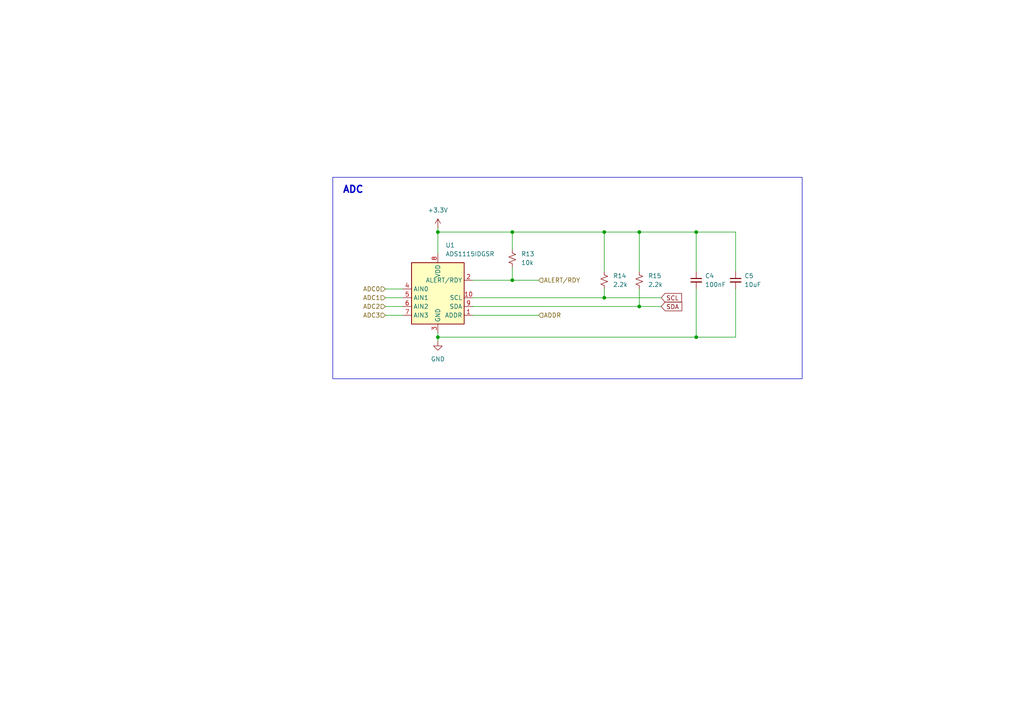
<source format=kicad_sch>
(kicad_sch (version 20250114) (generator "eeschema") (generator_version "9.0")
  (paper "A4")
  (title_block (title "https://github.com/hoeken/brineomatic") (date "2025-08-28") (rev "C"))
  (lib_symbols
    (symbol "Analog_ADC:ADS1115IDGS"
      (property "Reference" "U" (at 2.54 13.97 0))
      (property "Value" "ADS1115IDGS" (at 7.62 11.43 0))
      (symbol "ADS1115IDGS_0_1"
        (rectangle (start -7.62 10.16) (end 7.62 -7.62) (stroke (width 0.254)) (fill (type background)))
      )
      (symbol "ADS1115IDGS_1_1"
        (pin input line (at -10.16 2.54 0) (length 2.54) (name "AIN0") (number "4"))
        (pin input line (at -10.16 0 0) (length 2.54) (name "AIN1") (number "5"))
        (pin input line (at -10.16 -2.54 0) (length 2.54) (name "AIN2") (number "6"))
        (pin input line (at -10.16 -5.08 0) (length 2.54) (name "AIN3") (number "7"))
        (pin power_in line (at 0 12.7 270) (length 2.54) (name "VDD") (number "8"))
        (pin power_in line (at 0 -10.16 90) (length 2.54) (name "GND") (number "3"))
        (pin output line (at 10.16 5.08 180) (length 2.54) (name "ALERT/RDY") (number "2"))
        (pin input line (at 10.16 0 180) (length 2.54) (name "SCL") (number "10"))
        (pin bidirectional line (at 10.16 -2.54 180) (length 2.54) (name "SDA") (number "9"))
        (pin input line (at 10.16 -5.08 180) (length 2.54) (name "ADDR") (number "1"))
      )
    )
    (symbol "Device:C_Small" (pin_numbers (hide yes)) (pin_names (offset 0.254) (hide yes))
      (property "Reference" "C" (at 0.254 1.778 0))
      (property "Value" "C_Small" (at 0.254 -2.032 0))
      (symbol "C_Small_0_1"
        (polyline (pts (xy -1.524 0.508) (xy 1.524 0.508)) (stroke (width 0.3048)))
        (polyline (pts (xy -1.524 -0.508) (xy 1.524 -0.508)) (stroke (width 0.3302)))
      )
      (symbol "C_Small_1_1"
        (pin passive line (at 0 2.54 270) (length 2.032) (name "~") (number "1"))
        (pin passive line (at 0 -2.54 90) (length 2.032) (name "~") (number "2"))
      )
    )
    (symbol "Device:R_Small_US" (pin_numbers (hide yes)) (pin_names (offset 0.254) (hide yes))
      (property "Reference" "R" (at 0.762 0.508 0))
      (property "Value" "R_Small_US" (at 0.762 -1.016 0))
      (symbol "R_Small_US_1_1"
        (polyline (pts (xy 0 1.524) (xy 1.016 1.143) (xy 0 0.762) (xy -1.016 0.381) (xy 0 0)))
        (polyline (pts (xy 0 0) (xy 1.016 -0.381) (xy 0 -0.762) (xy -1.016 -1.143) (xy 0 -1.524)))
        (pin passive line (at 0 2.54 270) (length 1.016) (name "~") (number "1"))
        (pin passive line (at 0 -2.54 90) (length 1.016) (name "~") (number "2"))
      )
    )
    (symbol "power:+3.3V" (power) (pin_numbers (hide yes)) (pin_names (offset 0) (hide yes))
      (property "Value" "+3.3V" (at 0 3.556 0))
      (symbol "+3.3V_0_1"
        (polyline (pts (xy -0.762 1.27) (xy 0 2.54)))
        (polyline (pts (xy 0 2.54) (xy 0.762 1.27)))
        (polyline (pts (xy 0 0) (xy 0 2.54)))
      )
      (symbol "+3.3V_1_1"
        (pin power_in line (at 0 0 90) (length 0) (name "~") (number "1"))
      )
    )
    (symbol "power:GND" (power) (pin_numbers (hide yes)) (pin_names (offset 0) (hide yes))
      (property "Value" "GND" (at 0 -3.81 0))
      (symbol "GND_0_1"
        (polyline (pts (xy 0 0) (xy 0 -1.27) (xy 1.27 -1.27) (xy 0 -2.54) (xy -1.27 -1.27) (xy 0 -1.27)))
      )
      (symbol "GND_1_1"
        (pin power_in line (at 0 0 270) (length 0) (name "~") (number "1"))
      )
    )
  )
  (rectangle (start 96.52 51.435) (end 232.664 109.855))
  (text "ADC" (at 99.314 55.118 0) (effects (font (size 2 2) (thickness 0.4) (bold yes)) (justify left)))
  (junction (at 185.42 67.31))
  (junction (at 201.93 67.31))
  (junction (at 201.93 97.79))
  (junction (at 127 67.31))
  (junction (at 175.26 86.36))
  (junction (at 127 97.79))
  (junction (at 185.42 88.9))
  (junction (at 175.26 67.31))
  (junction (at 148.59 81.28))
  (junction (at 148.59 67.31))
  (wire (pts (xy 213.36 97.79) (xy 201.93 97.79)))
  (wire (pts (xy 213.36 83.82) (xy 213.36 97.79)))
  (wire (pts (xy 213.36 67.31) (xy 213.36 78.74)))
  (wire (pts (xy 148.59 81.28) (xy 156.21 81.28)))
  (wire (pts (xy 148.59 77.47) (xy 148.59 81.28)))
  (wire (pts (xy 148.59 67.31) (xy 175.26 67.31)))
  (wire (pts (xy 148.59 67.31) (xy 148.59 72.39)))
  (wire (pts (xy 111.76 83.82) (xy 116.84 83.82)))
  (wire (pts (xy 127 96.52) (xy 127 97.79)))
  (wire (pts (xy 111.76 88.9) (xy 116.84 88.9)))
  (wire (pts (xy 201.93 83.82) (xy 201.93 97.79)))
  (wire (pts (xy 175.26 83.82) (xy 175.26 86.36)))
  (wire (pts (xy 127 67.31) (xy 148.59 67.31)))
  (wire (pts (xy 111.76 91.44) (xy 116.84 91.44)))
  (wire (pts (xy 175.26 86.36) (xy 191.77 86.36)))
  (wire (pts (xy 201.93 67.31) (xy 213.36 67.31)))
  (wire (pts (xy 201.93 67.31) (xy 201.93 78.74)))
  (wire (pts (xy 127 67.31) (xy 127 73.66)))
  (wire (pts (xy 127 97.79) (xy 127 99.06)))
  (wire (pts (xy 111.76 86.36) (xy 116.84 86.36)))
  (wire (pts (xy 137.16 88.9) (xy 185.42 88.9)))
  (wire (pts (xy 185.42 88.9) (xy 191.77 88.9)))
  (wire (pts (xy 127 66.04) (xy 127 67.31)))
  (wire (pts (xy 185.42 67.31) (xy 201.93 67.31)))
  (wire (pts (xy 175.26 67.31) (xy 175.26 78.74)))
  (wire (pts (xy 185.42 83.82) (xy 185.42 88.9)))
  (wire (pts (xy 201.93 97.79) (xy 127 97.79)))
  (wire (pts (xy 137.16 86.36) (xy 175.26 86.36)))
  (wire (pts (xy 175.26 67.31) (xy 185.42 67.31)))
  (wire (pts (xy 137.16 91.44) (xy 156.21 91.44)))
  (wire (pts (xy 185.42 67.31) (xy 185.42 78.74)))
  (wire (pts (xy 137.16 81.28) (xy 148.59 81.28)))
  (global_label "SCL" (shape input) (at 191.77 86.36 0) (property "Intersheetrefs" "${INTERSHEET_REFS}" (effects (hide yes))))
  (global_label "SDA" (shape input) (at 191.77 88.9 0) (property "Intersheetrefs" "${INTERSHEET_REFS}" (effects (hide yes))))
  (hierarchical_label "ADC3" (shape input) (at 111.76 91.44 180))
  (hierarchical_label "ADDR" (shape input) (at 156.21 91.44 0))
  (hierarchical_label "ALERT{slash}RDY" (shape input) (at 156.21 81.28 0))
  (hierarchical_label "ADC0" (shape input) (at 111.76 83.82 180))
  (hierarchical_label "ADC2" (shape input) (at 111.76 88.9 180))
  (hierarchical_label "ADC1" (shape input) (at 111.76 86.36 180))
  (symbol (lib_id "Device:C_Small") (at 201.93 81.28 0) (unit 1)
    (property "Reference" "C4" (at 204.47 80.0163 0) (effects (justify left)))
    (property "Value" "100nF" (at 204.47 82.5563 0) (effects (justify left)))
    (property "Footprint" "Capacitor_SMD:C_0603_1608Metric" (effects (hide yes)))
  )
  (symbol (lib_id "Device:C_Small") (at 213.36 81.28 0) (unit 1)
    (property "Reference" "C5" (at 215.9 80.0163 0) (effects (justify left)))
    (property "Value" "10uF" (at 215.9 82.5563 0) (effects (justify left)))
    (property "Footprint" "Capacitor_SMD:C_0603_1608Metric" (effects (hide yes)))
  )
  (symbol (lib_id "power:+3.3V") (at 127 66.04 0) (unit 1)
    (property "Reference" "#PWR022" (effects (hide yes)))
    (property "Value" "+3.3V" (at 127 60.96 0))
    (property "Description" "Power symbol creates a global label with name \"+3.3V\"" (effects (hide yes)))
  )
  (symbol (lib_id "Device:R_Small_US") (at 175.26 81.28 180) (unit 1)
    (property "Reference" "R14" (at 177.8 80.0099 0) (effects (justify right)))
    (property "Value" "2.2k" (at 177.8 82.5499 0) (effects (justify right)))
    (property "Footprint" "Resistor_SMD:R_0603_1608Metric" (effects (hide yes)))
    (property "Description" "Resistor, small US symbol" (effects (hide yes)))
  )
  (symbol (lib_id "Analog_ADC:ADS1115IDGS") (at 127 86.36 0) (unit 1)
    (property "Reference" "U1" (at 129.1941 71.12 0) (effects (justify left)))
    (property "Value" "ADS1115IDGSR" (at 129.1941 73.66 0) (effects (justify left)))
    (property "Footprint" "Package_SO:TSSOP-10_3x3mm_P0.5mm" (effects (hide yes)))
    (property "Datasheet" "http://www.ti.com/lit/ds/symlink/ads1113.pdf" (effects (hide yes)))
    (property "Description" "Ultra-Small, Low-Power, I2C-Compatible, 860-SPS, 16-Bit ADCs With Internal Reference, Oscillator, and Programmable Comparator, VSSOP-10" (effects (hide yes)))
    (property "LCSC" "C37593" (effects (hide yes)))
    (property "Mouser" " 595-ADS1115IDGSR " (effects (hide yes)))
  )
  (symbol (lib_id "Device:R_Small_US") (at 148.59 74.93 180) (unit 1)
    (property "Reference" "R13" (at 151.13 73.6599 0) (effects (justify right)))
    (property "Value" "10k" (at 151.13 76.1999 0) (effects (justify right)))
    (property "Footprint" "Resistor_SMD:R_0603_1608Metric" (effects (hide yes)))
    (property "Description" "Resistor, small US symbol" (effects (hide yes)))
  )
  (symbol (lib_id "power:GND") (at 127 99.06 0) (unit 1)
    (property "Reference" "#PWR023" (effects (hide yes)))
    (property "Value" "GND" (at 127 104.14 0))
    (property "Description" "Power symbol creates a global label with name \"GND\" , ground" (effects (hide yes)))
  )
  (symbol (lib_id "Device:R_Small_US") (at 185.42 81.28 180) (unit 1)
    (property "Reference" "R15" (at 187.96 80.0099 0) (effects (justify right)))
    (property "Value" "2.2k" (at 187.96 82.5499 0) (effects (justify right)))
    (property "Footprint" "Resistor_SMD:R_0603_1608Metric" (effects (hide yes)))
    (property "Description" "Resistor, small US symbol" (effects (hide yes)))
  )
)
</source>
